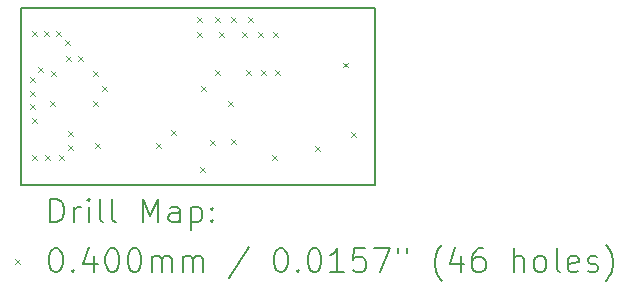
<source format=gbr>
%FSLAX45Y45*%
G04 Gerber Fmt 4.5, Leading zero omitted, Abs format (unit mm)*
G04 Created by KiCad (PCBNEW 6.0.2+dfsg-1~bpo11+1) date 2022-03-16 17:29:41*
%MOMM*%
%LPD*%
G01*
G04 APERTURE LIST*
%TA.AperFunction,Profile*%
%ADD10C,0.150000*%
%TD*%
%ADD11C,0.200000*%
%ADD12C,0.040000*%
G04 APERTURE END LIST*
D10*
X-12674600Y15190600D02*
X-9674600Y15190600D01*
X-9674600Y15190600D02*
X-9674600Y13690600D01*
X-9674600Y13690600D02*
X-12674600Y13690600D01*
X-12674600Y13690600D02*
X-12674600Y15190600D01*
D11*
D12*
X-12593000Y14599600D02*
X-12553000Y14559600D01*
X-12553000Y14599600D02*
X-12593000Y14559600D01*
X-12593000Y14485300D02*
X-12553000Y14445300D01*
X-12553000Y14485300D02*
X-12593000Y14445300D01*
X-12593000Y14371000D02*
X-12553000Y14331000D01*
X-12553000Y14371000D02*
X-12593000Y14331000D01*
X-12580300Y14993300D02*
X-12540300Y14953300D01*
X-12540300Y14993300D02*
X-12580300Y14953300D01*
X-12580300Y14256700D02*
X-12540300Y14216700D01*
X-12540300Y14256700D02*
X-12580300Y14216700D01*
X-12580300Y13939200D02*
X-12540300Y13899200D01*
X-12540300Y13939200D02*
X-12580300Y13899200D01*
X-12529500Y14688500D02*
X-12489500Y14648500D01*
X-12489500Y14688500D02*
X-12529500Y14648500D01*
X-12478700Y14993300D02*
X-12438700Y14953300D01*
X-12438700Y14993300D02*
X-12478700Y14953300D01*
X-12466000Y13939200D02*
X-12426000Y13899200D01*
X-12426000Y13939200D02*
X-12466000Y13899200D01*
X-12427900Y14396400D02*
X-12387900Y14356400D01*
X-12387900Y14396400D02*
X-12427900Y14356400D01*
X-12415200Y14650400D02*
X-12375200Y14610400D01*
X-12375200Y14650400D02*
X-12415200Y14610400D01*
X-12377100Y14993300D02*
X-12337100Y14953300D01*
X-12337100Y14993300D02*
X-12377100Y14953300D01*
X-12351700Y13939200D02*
X-12311700Y13899200D01*
X-12311700Y13939200D02*
X-12351700Y13899200D01*
X-12300900Y14917100D02*
X-12260900Y14877100D01*
X-12260900Y14917100D02*
X-12300900Y14877100D01*
X-12288200Y14777400D02*
X-12248200Y14737400D01*
X-12248200Y14777400D02*
X-12288200Y14737400D01*
X-12275500Y14142400D02*
X-12235500Y14102400D01*
X-12235500Y14142400D02*
X-12275500Y14102400D01*
X-12275500Y14028100D02*
X-12235500Y13988100D01*
X-12235500Y14028100D02*
X-12275500Y13988100D01*
X-12186600Y14777400D02*
X-12146600Y14737400D01*
X-12146600Y14777400D02*
X-12186600Y14737400D01*
X-12059600Y14650400D02*
X-12019600Y14610400D01*
X-12019600Y14650400D02*
X-12059600Y14610400D01*
X-12059600Y14396400D02*
X-12019600Y14356400D01*
X-12019600Y14396400D02*
X-12059600Y14356400D01*
X-12046900Y14040800D02*
X-12006900Y14000800D01*
X-12006900Y14040800D02*
X-12046900Y14000800D01*
X-11983400Y14523400D02*
X-11943400Y14483400D01*
X-11943400Y14523400D02*
X-11983400Y14483400D01*
X-11526200Y14040800D02*
X-11486200Y14000800D01*
X-11486200Y14040800D02*
X-11526200Y14000800D01*
X-11399200Y14155100D02*
X-11359200Y14115100D01*
X-11359200Y14155100D02*
X-11399200Y14115100D01*
X-11183300Y15107600D02*
X-11143300Y15067600D01*
X-11143300Y15107600D02*
X-11183300Y15067600D01*
X-11183300Y14980600D02*
X-11143300Y14940600D01*
X-11143300Y14980600D02*
X-11183300Y14940600D01*
X-11157900Y13837600D02*
X-11117900Y13797600D01*
X-11117900Y13837600D02*
X-11157900Y13797600D01*
X-11145200Y14523400D02*
X-11105200Y14483400D01*
X-11105200Y14523400D02*
X-11145200Y14483400D01*
X-11069000Y14066200D02*
X-11029000Y14026200D01*
X-11029000Y14066200D02*
X-11069000Y14026200D01*
X-11030900Y15107600D02*
X-10990900Y15067600D01*
X-10990900Y15107600D02*
X-11030900Y15067600D01*
X-11030900Y14663100D02*
X-10990900Y14623100D01*
X-10990900Y14663100D02*
X-11030900Y14623100D01*
X-10992800Y14980600D02*
X-10952800Y14940600D01*
X-10952800Y14980600D02*
X-10992800Y14940600D01*
X-10916600Y14396400D02*
X-10876600Y14356400D01*
X-10876600Y14396400D02*
X-10916600Y14356400D01*
X-10891200Y15107600D02*
X-10851200Y15067600D01*
X-10851200Y15107600D02*
X-10891200Y15067600D01*
X-10891200Y14078900D02*
X-10851200Y14038900D01*
X-10851200Y14078900D02*
X-10891200Y14038900D01*
X-10802300Y14980600D02*
X-10762300Y14940600D01*
X-10762300Y14980600D02*
X-10802300Y14940600D01*
X-10764200Y14663100D02*
X-10724200Y14623100D01*
X-10724200Y14663100D02*
X-10764200Y14623100D01*
X-10751500Y15107600D02*
X-10711500Y15067600D01*
X-10711500Y15107600D02*
X-10751500Y15067600D01*
X-10662600Y14980600D02*
X-10622600Y14940600D01*
X-10622600Y14980600D02*
X-10662600Y14940600D01*
X-10637200Y14663100D02*
X-10597200Y14623100D01*
X-10597200Y14663100D02*
X-10637200Y14623100D01*
X-10548300Y13939200D02*
X-10508300Y13899200D01*
X-10508300Y13939200D02*
X-10548300Y13899200D01*
X-10535600Y14980600D02*
X-10495600Y14940600D01*
X-10495600Y14980600D02*
X-10535600Y14940600D01*
X-10522900Y14663100D02*
X-10482900Y14623100D01*
X-10482900Y14663100D02*
X-10522900Y14623100D01*
X-10180000Y14020000D02*
X-10140000Y13980000D01*
X-10140000Y14020000D02*
X-10180000Y13980000D01*
X-9945000Y14725000D02*
X-9905000Y14685000D01*
X-9905000Y14725000D02*
X-9945000Y14685000D01*
X-9875000Y14135000D02*
X-9835000Y14095000D01*
X-9835000Y14135000D02*
X-9875000Y14095000D01*
D11*
X-12424481Y13372624D02*
X-12424481Y13572624D01*
X-12376862Y13572624D01*
X-12348290Y13563100D01*
X-12329243Y13544052D01*
X-12319719Y13525005D01*
X-12310195Y13486910D01*
X-12310195Y13458338D01*
X-12319719Y13420243D01*
X-12329243Y13401195D01*
X-12348290Y13382148D01*
X-12376862Y13372624D01*
X-12424481Y13372624D01*
X-12224481Y13372624D02*
X-12224481Y13505957D01*
X-12224481Y13467862D02*
X-12214957Y13486910D01*
X-12205433Y13496433D01*
X-12186386Y13505957D01*
X-12167338Y13505957D01*
X-12100671Y13372624D02*
X-12100671Y13505957D01*
X-12100671Y13572624D02*
X-12110195Y13563100D01*
X-12100671Y13553576D01*
X-12091148Y13563100D01*
X-12100671Y13572624D01*
X-12100671Y13553576D01*
X-11976862Y13372624D02*
X-11995910Y13382148D01*
X-12005433Y13401195D01*
X-12005433Y13572624D01*
X-11872100Y13372624D02*
X-11891148Y13382148D01*
X-11900671Y13401195D01*
X-11900671Y13572624D01*
X-11643529Y13372624D02*
X-11643529Y13572624D01*
X-11576862Y13429767D01*
X-11510195Y13572624D01*
X-11510195Y13372624D01*
X-11329243Y13372624D02*
X-11329243Y13477386D01*
X-11338767Y13496433D01*
X-11357814Y13505957D01*
X-11395910Y13505957D01*
X-11414957Y13496433D01*
X-11329243Y13382148D02*
X-11348290Y13372624D01*
X-11395910Y13372624D01*
X-11414957Y13382148D01*
X-11424481Y13401195D01*
X-11424481Y13420243D01*
X-11414957Y13439290D01*
X-11395910Y13448814D01*
X-11348290Y13448814D01*
X-11329243Y13458338D01*
X-11234005Y13505957D02*
X-11234005Y13305957D01*
X-11234005Y13496433D02*
X-11214957Y13505957D01*
X-11176862Y13505957D01*
X-11157814Y13496433D01*
X-11148291Y13486910D01*
X-11138767Y13467862D01*
X-11138767Y13410719D01*
X-11148291Y13391671D01*
X-11157814Y13382148D01*
X-11176862Y13372624D01*
X-11214957Y13372624D01*
X-11234005Y13382148D01*
X-11053052Y13391671D02*
X-11043529Y13382148D01*
X-11053052Y13372624D01*
X-11062576Y13382148D01*
X-11053052Y13391671D01*
X-11053052Y13372624D01*
X-11053052Y13496433D02*
X-11043529Y13486910D01*
X-11053052Y13477386D01*
X-11062576Y13486910D01*
X-11053052Y13496433D01*
X-11053052Y13477386D01*
D12*
X-12722100Y13063100D02*
X-12682100Y13023100D01*
X-12682100Y13063100D02*
X-12722100Y13023100D01*
D11*
X-12386386Y13152624D02*
X-12367338Y13152624D01*
X-12348290Y13143100D01*
X-12338767Y13133576D01*
X-12329243Y13114529D01*
X-12319719Y13076433D01*
X-12319719Y13028814D01*
X-12329243Y12990719D01*
X-12338767Y12971671D01*
X-12348290Y12962148D01*
X-12367338Y12952624D01*
X-12386386Y12952624D01*
X-12405433Y12962148D01*
X-12414957Y12971671D01*
X-12424481Y12990719D01*
X-12434005Y13028814D01*
X-12434005Y13076433D01*
X-12424481Y13114529D01*
X-12414957Y13133576D01*
X-12405433Y13143100D01*
X-12386386Y13152624D01*
X-12234005Y12971671D02*
X-12224481Y12962148D01*
X-12234005Y12952624D01*
X-12243529Y12962148D01*
X-12234005Y12971671D01*
X-12234005Y12952624D01*
X-12053052Y13085957D02*
X-12053052Y12952624D01*
X-12100671Y13162148D02*
X-12148290Y13019290D01*
X-12024481Y13019290D01*
X-11910195Y13152624D02*
X-11891148Y13152624D01*
X-11872100Y13143100D01*
X-11862576Y13133576D01*
X-11853052Y13114529D01*
X-11843529Y13076433D01*
X-11843529Y13028814D01*
X-11853052Y12990719D01*
X-11862576Y12971671D01*
X-11872100Y12962148D01*
X-11891148Y12952624D01*
X-11910195Y12952624D01*
X-11929243Y12962148D01*
X-11938767Y12971671D01*
X-11948290Y12990719D01*
X-11957814Y13028814D01*
X-11957814Y13076433D01*
X-11948290Y13114529D01*
X-11938767Y13133576D01*
X-11929243Y13143100D01*
X-11910195Y13152624D01*
X-11719719Y13152624D02*
X-11700671Y13152624D01*
X-11681624Y13143100D01*
X-11672100Y13133576D01*
X-11662576Y13114529D01*
X-11653052Y13076433D01*
X-11653052Y13028814D01*
X-11662576Y12990719D01*
X-11672100Y12971671D01*
X-11681624Y12962148D01*
X-11700671Y12952624D01*
X-11719719Y12952624D01*
X-11738767Y12962148D01*
X-11748290Y12971671D01*
X-11757814Y12990719D01*
X-11767338Y13028814D01*
X-11767338Y13076433D01*
X-11757814Y13114529D01*
X-11748290Y13133576D01*
X-11738767Y13143100D01*
X-11719719Y13152624D01*
X-11567338Y12952624D02*
X-11567338Y13085957D01*
X-11567338Y13066910D02*
X-11557814Y13076433D01*
X-11538767Y13085957D01*
X-11510195Y13085957D01*
X-11491148Y13076433D01*
X-11481624Y13057386D01*
X-11481624Y12952624D01*
X-11481624Y13057386D02*
X-11472100Y13076433D01*
X-11453052Y13085957D01*
X-11424481Y13085957D01*
X-11405433Y13076433D01*
X-11395910Y13057386D01*
X-11395910Y12952624D01*
X-11300671Y12952624D02*
X-11300671Y13085957D01*
X-11300671Y13066910D02*
X-11291148Y13076433D01*
X-11272100Y13085957D01*
X-11243529Y13085957D01*
X-11224481Y13076433D01*
X-11214957Y13057386D01*
X-11214957Y12952624D01*
X-11214957Y13057386D02*
X-11205433Y13076433D01*
X-11186386Y13085957D01*
X-11157814Y13085957D01*
X-11138767Y13076433D01*
X-11129243Y13057386D01*
X-11129243Y12952624D01*
X-10738767Y13162148D02*
X-10910195Y12905005D01*
X-10481624Y13152624D02*
X-10462576Y13152624D01*
X-10443529Y13143100D01*
X-10434005Y13133576D01*
X-10424481Y13114529D01*
X-10414957Y13076433D01*
X-10414957Y13028814D01*
X-10424481Y12990719D01*
X-10434005Y12971671D01*
X-10443529Y12962148D01*
X-10462576Y12952624D01*
X-10481624Y12952624D01*
X-10500672Y12962148D01*
X-10510195Y12971671D01*
X-10519719Y12990719D01*
X-10529243Y13028814D01*
X-10529243Y13076433D01*
X-10519719Y13114529D01*
X-10510195Y13133576D01*
X-10500672Y13143100D01*
X-10481624Y13152624D01*
X-10329243Y12971671D02*
X-10319719Y12962148D01*
X-10329243Y12952624D01*
X-10338767Y12962148D01*
X-10329243Y12971671D01*
X-10329243Y12952624D01*
X-10195910Y13152624D02*
X-10176862Y13152624D01*
X-10157814Y13143100D01*
X-10148291Y13133576D01*
X-10138767Y13114529D01*
X-10129243Y13076433D01*
X-10129243Y13028814D01*
X-10138767Y12990719D01*
X-10148291Y12971671D01*
X-10157814Y12962148D01*
X-10176862Y12952624D01*
X-10195910Y12952624D01*
X-10214957Y12962148D01*
X-10224481Y12971671D01*
X-10234005Y12990719D01*
X-10243529Y13028814D01*
X-10243529Y13076433D01*
X-10234005Y13114529D01*
X-10224481Y13133576D01*
X-10214957Y13143100D01*
X-10195910Y13152624D01*
X-9938767Y12952624D02*
X-10053052Y12952624D01*
X-9995910Y12952624D02*
X-9995910Y13152624D01*
X-10014957Y13124052D01*
X-10034005Y13105005D01*
X-10053052Y13095481D01*
X-9757814Y13152624D02*
X-9853052Y13152624D01*
X-9862576Y13057386D01*
X-9853052Y13066910D01*
X-9834005Y13076433D01*
X-9786386Y13076433D01*
X-9767338Y13066910D01*
X-9757814Y13057386D01*
X-9748291Y13038338D01*
X-9748291Y12990719D01*
X-9757814Y12971671D01*
X-9767338Y12962148D01*
X-9786386Y12952624D01*
X-9834005Y12952624D01*
X-9853052Y12962148D01*
X-9862576Y12971671D01*
X-9681624Y13152624D02*
X-9548291Y13152624D01*
X-9634005Y12952624D01*
X-9481624Y13152624D02*
X-9481624Y13114529D01*
X-9405433Y13152624D02*
X-9405433Y13114529D01*
X-9110195Y12876433D02*
X-9119719Y12885957D01*
X-9138767Y12914529D01*
X-9148291Y12933576D01*
X-9157814Y12962148D01*
X-9167338Y13009767D01*
X-9167338Y13047862D01*
X-9157814Y13095481D01*
X-9148291Y13124052D01*
X-9138767Y13143100D01*
X-9119719Y13171671D01*
X-9110195Y13181195D01*
X-8948291Y13085957D02*
X-8948291Y12952624D01*
X-8995910Y13162148D02*
X-9043529Y13019290D01*
X-8919719Y13019290D01*
X-8757814Y13152624D02*
X-8795910Y13152624D01*
X-8814957Y13143100D01*
X-8824481Y13133576D01*
X-8843529Y13105005D01*
X-8853052Y13066910D01*
X-8853052Y12990719D01*
X-8843529Y12971671D01*
X-8834005Y12962148D01*
X-8814957Y12952624D01*
X-8776862Y12952624D01*
X-8757814Y12962148D01*
X-8748291Y12971671D01*
X-8738767Y12990719D01*
X-8738767Y13038338D01*
X-8748291Y13057386D01*
X-8757814Y13066910D01*
X-8776862Y13076433D01*
X-8814957Y13076433D01*
X-8834005Y13066910D01*
X-8843529Y13057386D01*
X-8853052Y13038338D01*
X-8500672Y12952624D02*
X-8500672Y13152624D01*
X-8414957Y12952624D02*
X-8414957Y13057386D01*
X-8424481Y13076433D01*
X-8443529Y13085957D01*
X-8472100Y13085957D01*
X-8491148Y13076433D01*
X-8500672Y13066910D01*
X-8291148Y12952624D02*
X-8310195Y12962148D01*
X-8319719Y12971671D01*
X-8329243Y12990719D01*
X-8329243Y13047862D01*
X-8319719Y13066910D01*
X-8310195Y13076433D01*
X-8291148Y13085957D01*
X-8262576Y13085957D01*
X-8243529Y13076433D01*
X-8234005Y13066910D01*
X-8224481Y13047862D01*
X-8224481Y12990719D01*
X-8234005Y12971671D01*
X-8243529Y12962148D01*
X-8262576Y12952624D01*
X-8291148Y12952624D01*
X-8110195Y12952624D02*
X-8129243Y12962148D01*
X-8138767Y12981195D01*
X-8138767Y13152624D01*
X-7957814Y12962148D02*
X-7976862Y12952624D01*
X-8014957Y12952624D01*
X-8034005Y12962148D01*
X-8043529Y12981195D01*
X-8043529Y13057386D01*
X-8034005Y13076433D01*
X-8014957Y13085957D01*
X-7976862Y13085957D01*
X-7957814Y13076433D01*
X-7948290Y13057386D01*
X-7948290Y13038338D01*
X-8043529Y13019290D01*
X-7872100Y12962148D02*
X-7853052Y12952624D01*
X-7814957Y12952624D01*
X-7795910Y12962148D01*
X-7786386Y12981195D01*
X-7786386Y12990719D01*
X-7795910Y13009767D01*
X-7814957Y13019290D01*
X-7843529Y13019290D01*
X-7862576Y13028814D01*
X-7872100Y13047862D01*
X-7872100Y13057386D01*
X-7862576Y13076433D01*
X-7843529Y13085957D01*
X-7814957Y13085957D01*
X-7795910Y13076433D01*
X-7719719Y12876433D02*
X-7710195Y12885957D01*
X-7691148Y12914529D01*
X-7681624Y12933576D01*
X-7672100Y12962148D01*
X-7662576Y13009767D01*
X-7662576Y13047862D01*
X-7672100Y13095481D01*
X-7681624Y13124052D01*
X-7691148Y13143100D01*
X-7710195Y13171671D01*
X-7719719Y13181195D01*
M02*

</source>
